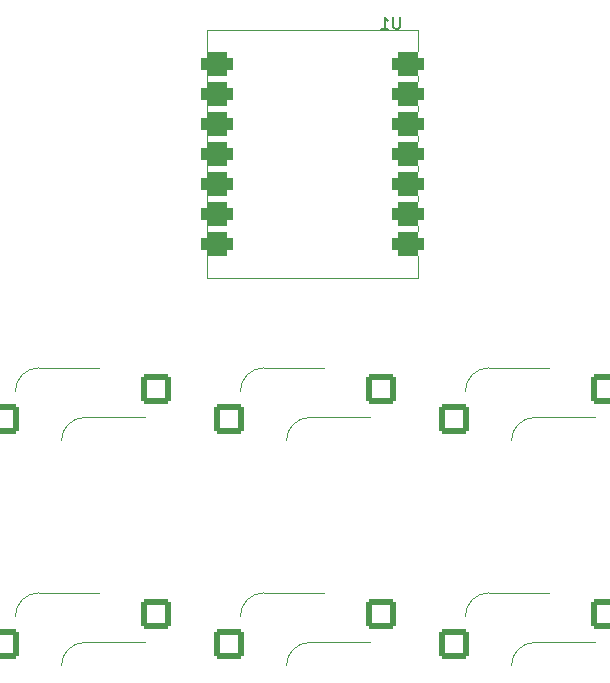
<source format=gbo>
%TF.GenerationSoftware,KiCad,Pcbnew,7.0.11*%
%TF.CreationDate,2024-02-27T10:57:45-05:00*%
%TF.ProjectId,MacropadPCB,4d616372-6f70-4616-9450-43422e6b6963,rev?*%
%TF.SameCoordinates,Original*%
%TF.FileFunction,Legend,Bot*%
%TF.FilePolarity,Positive*%
%FSLAX46Y46*%
G04 Gerber Fmt 4.6, Leading zero omitted, Abs format (unit mm)*
G04 Created by KiCad (PCBNEW 7.0.11) date 2024-02-27 10:57:45*
%MOMM*%
%LPD*%
G01*
G04 APERTURE LIST*
G04 Aperture macros list*
%AMRoundRect*
0 Rectangle with rounded corners*
0 $1 Rounding radius*
0 $2 $3 $4 $5 $6 $7 $8 $9 X,Y pos of 4 corners*
0 Add a 4 corners polygon primitive as box body*
4,1,4,$2,$3,$4,$5,$6,$7,$8,$9,$2,$3,0*
0 Add four circle primitives for the rounded corners*
1,1,$1+$1,$2,$3*
1,1,$1+$1,$4,$5*
1,1,$1+$1,$6,$7*
1,1,$1+$1,$8,$9*
0 Add four rect primitives between the rounded corners*
20,1,$1+$1,$2,$3,$4,$5,0*
20,1,$1+$1,$4,$5,$6,$7,0*
20,1,$1+$1,$6,$7,$8,$9,0*
20,1,$1+$1,$8,$9,$2,$3,0*%
G04 Aperture macros list end*
%ADD10C,0.150000*%
%ADD11C,0.120000*%
%ADD12C,4.000000*%
%ADD13RoundRect,0.250000X-1.025000X-1.000000X1.025000X-1.000000X1.025000X1.000000X-1.025000X1.000000X0*%
%ADD14C,1.700000*%
%ADD15C,2.200000*%
%ADD16R,1.600000X1.600000*%
%ADD17O,1.600000X1.600000*%
%ADD18R,2.000000X2.000000*%
%ADD19C,2.000000*%
%ADD20R,2.000000X3.200000*%
%ADD21RoundRect,0.500000X0.875000X0.500000X-0.875000X0.500000X-0.875000X-0.500000X0.875000X-0.500000X0*%
G04 APERTURE END LIST*
D10*
X119189404Y-44699819D02*
X119189404Y-45509342D01*
X119189404Y-45509342D02*
X119141785Y-45604580D01*
X119141785Y-45604580D02*
X119094166Y-45652200D01*
X119094166Y-45652200D02*
X118998928Y-45699819D01*
X118998928Y-45699819D02*
X118808452Y-45699819D01*
X118808452Y-45699819D02*
X118713214Y-45652200D01*
X118713214Y-45652200D02*
X118665595Y-45604580D01*
X118665595Y-45604580D02*
X118617976Y-45509342D01*
X118617976Y-45509342D02*
X118617976Y-44699819D01*
X117617976Y-45699819D02*
X118189404Y-45699819D01*
X117903690Y-45699819D02*
X117903690Y-44699819D01*
X117903690Y-44699819D02*
X117998928Y-44842676D01*
X117998928Y-44842676D02*
X118094166Y-44937914D01*
X118094166Y-44937914D02*
X118189404Y-44985533D01*
D11*
%TO.C,REF\u002A\u002A*%
X88610000Y-93430000D02*
X93710000Y-93430000D01*
X92510000Y-97630000D02*
X97610000Y-97630000D01*
X88610000Y-93430000D02*
G75*
G03*
X86610000Y-95430000I-1J-1999999D01*
G01*
X92510000Y-97630000D02*
G75*
G03*
X90510000Y-99630000I-1J-1999999D01*
G01*
X107660000Y-93430000D02*
X112760000Y-93430000D01*
X111560000Y-97630000D02*
X116660000Y-97630000D01*
X107660000Y-93430000D02*
G75*
G03*
X105660000Y-95430000I-1J-1999999D01*
G01*
X111560000Y-97630000D02*
G75*
G03*
X109560000Y-99630000I-1J-1999999D01*
G01*
X126710000Y-93430000D02*
X131810000Y-93430000D01*
X130610000Y-97630000D02*
X135710000Y-97630000D01*
X126710000Y-93430000D02*
G75*
G03*
X124710000Y-95430000I-1J-1999999D01*
G01*
X130610000Y-97630000D02*
G75*
G03*
X128610000Y-99630000I-1J-1999999D01*
G01*
X126710000Y-74380000D02*
X131810000Y-74380000D01*
X130610000Y-78580000D02*
X135710000Y-78580000D01*
X126710000Y-74380000D02*
G75*
G03*
X124710000Y-76380000I-1J-1999999D01*
G01*
X130610000Y-78580000D02*
G75*
G03*
X128610000Y-80580000I-1J-1999999D01*
G01*
X107660000Y-74380000D02*
X112760000Y-74380000D01*
X111560000Y-78580000D02*
X116660000Y-78580000D01*
X107660000Y-74380000D02*
G75*
G03*
X105660000Y-76380000I-1J-1999999D01*
G01*
X111560000Y-78580000D02*
G75*
G03*
X109560000Y-80580000I-1J-1999999D01*
G01*
X88610000Y-74380000D02*
X93710000Y-74380000D01*
X92510000Y-78580000D02*
X97610000Y-78580000D01*
X88610000Y-74380000D02*
G75*
G03*
X86610000Y-76380000I-1J-1999999D01*
G01*
X92510000Y-78580000D02*
G75*
G03*
X90510000Y-80580000I-1J-1999999D01*
G01*
%TO.C,U1*%
X120677500Y-45745000D02*
X102877500Y-45745000D01*
X102877500Y-45745000D02*
X102877500Y-66745000D01*
X102877500Y-66745000D02*
X120677500Y-66745000D01*
X120677500Y-66745000D02*
X120677500Y-45745000D01*
%TD*%
%LPC*%
D12*
%TO.C,REF\u002A\u002A*%
X92710000Y-100330000D03*
D13*
X85625000Y-97790000D03*
X98552000Y-95250000D03*
%TD*%
D12*
%TO.C,REF\u002A\u002A*%
X111760000Y-100330000D03*
D13*
X104675000Y-97790000D03*
X117602000Y-95250000D03*
%TD*%
D12*
%TO.C,REF\u002A\u002A*%
X130810000Y-100330000D03*
D13*
X123725000Y-97790000D03*
X136652000Y-95250000D03*
%TD*%
D12*
%TO.C,REF\u002A\u002A*%
X130810000Y-81280000D03*
D13*
X123725000Y-78740000D03*
X136652000Y-76200000D03*
%TD*%
D12*
%TO.C,REF\u002A\u002A*%
X111760000Y-81280000D03*
D13*
X104675000Y-78740000D03*
X117602000Y-76200000D03*
%TD*%
D12*
%TO.C,REF\u002A\u002A*%
X92710000Y-81280000D03*
D13*
X85625000Y-78740000D03*
X98552000Y-76200000D03*
%TD*%
D14*
%TO.C,SW5*%
X106680000Y-100330000D03*
D12*
X111760000Y-100330000D03*
D14*
X116840000Y-100330000D03*
D15*
X114300000Y-95250000D03*
X107950000Y-97790000D03*
%TD*%
D14*
%TO.C,SW1*%
X106680000Y-81280000D03*
D12*
X111760000Y-81280000D03*
D14*
X116840000Y-81280000D03*
D15*
X114300000Y-76200000D03*
X107950000Y-78740000D03*
%TD*%
D16*
%TO.C,D2*%
X102108000Y-75438000D03*
D17*
X102108000Y-83058000D03*
%TD*%
D14*
%TO.C,SW3*%
X125730000Y-81280000D03*
D12*
X130810000Y-81280000D03*
D14*
X135890000Y-81280000D03*
D15*
X133350000Y-76200000D03*
X127000000Y-78740000D03*
%TD*%
D18*
%TO.C,SW10*%
X133300000Y-54700000D03*
D19*
X128300000Y-54700000D03*
X130800000Y-54700000D03*
D20*
X136400000Y-62200000D03*
X125200000Y-62200000D03*
D19*
X128300000Y-69200000D03*
X133300000Y-69200000D03*
%TD*%
D17*
%TO.C,D1*%
X81788000Y-83058000D03*
D16*
X81788000Y-75438000D03*
%TD*%
D14*
%TO.C,SW4*%
X87630000Y-100330000D03*
D12*
X92710000Y-100330000D03*
D14*
X97790000Y-100330000D03*
D15*
X95250000Y-95250000D03*
X88900000Y-97790000D03*
%TD*%
D18*
%TO.C,SW11*%
X95200000Y-54175000D03*
D19*
X90200000Y-54175000D03*
X92700000Y-54175000D03*
D20*
X98300000Y-61675000D03*
X87100000Y-61675000D03*
D19*
X90200000Y-68675000D03*
X95200000Y-68675000D03*
%TD*%
D16*
%TO.C,D10*%
X139700000Y-58440000D03*
D17*
X139700000Y-66060000D03*
%TD*%
D16*
%TO.C,D4*%
X82804000Y-94234000D03*
D17*
X82804000Y-101854000D03*
%TD*%
D16*
%TO.C,D11*%
X82804000Y-58440000D03*
D17*
X82804000Y-66060000D03*
%TD*%
D16*
%TO.C,D5*%
X101825000Y-94234000D03*
D17*
X101825000Y-101854000D03*
%TD*%
D16*
%TO.C,D3*%
X121050000Y-75438000D03*
D17*
X121050000Y-83058000D03*
%TD*%
D14*
%TO.C,SW2*%
X87630000Y-81280000D03*
D12*
X92710000Y-81280000D03*
D14*
X97790000Y-81280000D03*
D15*
X95250000Y-76200000D03*
X88900000Y-78740000D03*
%TD*%
D16*
%TO.C,D6*%
X120950000Y-94065000D03*
D17*
X120950000Y-101685000D03*
%TD*%
D14*
%TO.C,SW6*%
X125730000Y-100330000D03*
D12*
X130810000Y-100330000D03*
D14*
X135890000Y-100330000D03*
D15*
X133350000Y-95250000D03*
X127000000Y-97790000D03*
%TD*%
D21*
%TO.C,U1*%
X119842500Y-48625000D03*
X119842500Y-51165000D03*
X119842500Y-53705000D03*
X119842500Y-56245000D03*
X119842500Y-58785000D03*
X119842500Y-61325000D03*
X119842500Y-63865000D03*
X103677500Y-63865000D03*
X103677500Y-61325000D03*
X103677500Y-58785000D03*
X103677500Y-56245000D03*
X103677500Y-53705000D03*
X103677500Y-51165000D03*
X103677500Y-48625000D03*
%TD*%
%LPD*%
M02*

</source>
